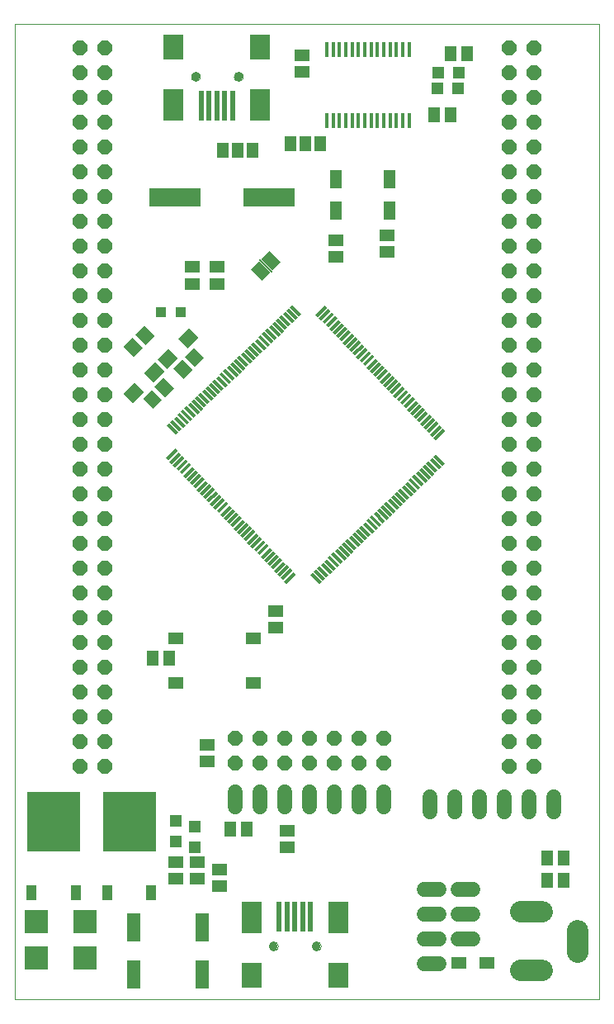
<source format=gts>
G75*
%MOIN*%
%OFA0B0*%
%FSLAX24Y24*%
%IPPOS*%
%LPD*%
%AMOC8*
5,1,8,0,0,1.08239X$1,22.5*
%
%ADD10C,0.0000*%
%ADD11R,0.0531X0.0138*%
%ADD12R,0.0591X0.0512*%
%ADD13R,0.2126X0.2441*%
%ADD14R,0.0394X0.0630*%
%ADD15R,0.0945X0.0945*%
%ADD16R,0.0551X0.1181*%
%ADD17C,0.0600*%
%ADD18R,0.0787X0.0984*%
%ADD19R,0.0787X0.1299*%
%ADD20R,0.0197X0.1220*%
%ADD21C,0.0354*%
%ADD22C,0.0860*%
%ADD23R,0.0591X0.0472*%
%ADD24R,0.0512X0.0591*%
%ADD25R,0.0630X0.0551*%
%ADD26R,0.0394X0.0394*%
%ADD27R,0.2100X0.0760*%
%ADD28R,0.0512X0.0748*%
%ADD29R,0.0460X0.0630*%
%ADD30R,0.0060X0.0720*%
%ADD31OC8,0.0600*%
%ADD32R,0.0472X0.0472*%
%ADD33R,0.0610X0.0512*%
%ADD34R,0.0157X0.0591*%
D10*
X000169Y001990D02*
X000169Y041360D01*
X023791Y041360D01*
X023791Y001990D01*
X000169Y001990D01*
X010445Y004155D02*
X010447Y004181D01*
X010453Y004207D01*
X010463Y004232D01*
X010476Y004255D01*
X010492Y004275D01*
X010512Y004293D01*
X010534Y004308D01*
X010557Y004320D01*
X010583Y004328D01*
X010609Y004332D01*
X010635Y004332D01*
X010661Y004328D01*
X010687Y004320D01*
X010711Y004308D01*
X010732Y004293D01*
X010752Y004275D01*
X010768Y004255D01*
X010781Y004232D01*
X010791Y004207D01*
X010797Y004181D01*
X010799Y004155D01*
X010797Y004129D01*
X010791Y004103D01*
X010781Y004078D01*
X010768Y004055D01*
X010752Y004035D01*
X010732Y004017D01*
X010710Y004002D01*
X010687Y003990D01*
X010661Y003982D01*
X010635Y003978D01*
X010609Y003978D01*
X010583Y003982D01*
X010557Y003990D01*
X010533Y004002D01*
X010512Y004017D01*
X010492Y004035D01*
X010476Y004055D01*
X010463Y004078D01*
X010453Y004103D01*
X010447Y004129D01*
X010445Y004155D01*
X012177Y004155D02*
X012179Y004181D01*
X012185Y004207D01*
X012195Y004232D01*
X012208Y004255D01*
X012224Y004275D01*
X012244Y004293D01*
X012266Y004308D01*
X012289Y004320D01*
X012315Y004328D01*
X012341Y004332D01*
X012367Y004332D01*
X012393Y004328D01*
X012419Y004320D01*
X012443Y004308D01*
X012464Y004293D01*
X012484Y004275D01*
X012500Y004255D01*
X012513Y004232D01*
X012523Y004207D01*
X012529Y004181D01*
X012531Y004155D01*
X012529Y004129D01*
X012523Y004103D01*
X012513Y004078D01*
X012500Y004055D01*
X012484Y004035D01*
X012464Y004017D01*
X012442Y004002D01*
X012419Y003990D01*
X012393Y003982D01*
X012367Y003978D01*
X012341Y003978D01*
X012315Y003982D01*
X012289Y003990D01*
X012265Y004002D01*
X012244Y004017D01*
X012224Y004035D01*
X012208Y004055D01*
X012195Y004078D01*
X012185Y004103D01*
X012179Y004129D01*
X012177Y004155D01*
X009027Y039254D02*
X009029Y039280D01*
X009035Y039306D01*
X009045Y039331D01*
X009058Y039354D01*
X009074Y039374D01*
X009094Y039392D01*
X009116Y039407D01*
X009139Y039419D01*
X009165Y039427D01*
X009191Y039431D01*
X009217Y039431D01*
X009243Y039427D01*
X009269Y039419D01*
X009293Y039407D01*
X009314Y039392D01*
X009334Y039374D01*
X009350Y039354D01*
X009363Y039331D01*
X009373Y039306D01*
X009379Y039280D01*
X009381Y039254D01*
X009379Y039228D01*
X009373Y039202D01*
X009363Y039177D01*
X009350Y039154D01*
X009334Y039134D01*
X009314Y039116D01*
X009292Y039101D01*
X009269Y039089D01*
X009243Y039081D01*
X009217Y039077D01*
X009191Y039077D01*
X009165Y039081D01*
X009139Y039089D01*
X009115Y039101D01*
X009094Y039116D01*
X009074Y039134D01*
X009058Y039154D01*
X009045Y039177D01*
X009035Y039202D01*
X009029Y039228D01*
X009027Y039254D01*
X007295Y039254D02*
X007297Y039280D01*
X007303Y039306D01*
X007313Y039331D01*
X007326Y039354D01*
X007342Y039374D01*
X007362Y039392D01*
X007384Y039407D01*
X007407Y039419D01*
X007433Y039427D01*
X007459Y039431D01*
X007485Y039431D01*
X007511Y039427D01*
X007537Y039419D01*
X007561Y039407D01*
X007582Y039392D01*
X007602Y039374D01*
X007618Y039354D01*
X007631Y039331D01*
X007641Y039306D01*
X007647Y039280D01*
X007649Y039254D01*
X007647Y039228D01*
X007641Y039202D01*
X007631Y039177D01*
X007618Y039154D01*
X007602Y039134D01*
X007582Y039116D01*
X007560Y039101D01*
X007537Y039089D01*
X007511Y039081D01*
X007485Y039077D01*
X007459Y039077D01*
X007433Y039081D01*
X007407Y039089D01*
X007383Y039101D01*
X007362Y039116D01*
X007342Y039134D01*
X007326Y039154D01*
X007313Y039177D01*
X007303Y039202D01*
X007297Y039228D01*
X007295Y039254D01*
D11*
G36*
X011653Y029568D02*
X011287Y029950D01*
X011387Y030046D01*
X011753Y029664D01*
X011653Y029568D01*
G37*
G36*
X011511Y029431D02*
X011145Y029813D01*
X011245Y029909D01*
X011611Y029527D01*
X011511Y029431D01*
G37*
G36*
X011369Y029295D02*
X011003Y029677D01*
X011103Y029773D01*
X011469Y029391D01*
X011369Y029295D01*
G37*
G36*
X011227Y029159D02*
X010861Y029541D01*
X010961Y029637D01*
X011327Y029255D01*
X011227Y029159D01*
G37*
G36*
X011085Y029023D02*
X010719Y029405D01*
X010819Y029501D01*
X011185Y029119D01*
X011085Y029023D01*
G37*
G36*
X010942Y028886D02*
X010576Y029268D01*
X010676Y029364D01*
X011042Y028982D01*
X010942Y028886D01*
G37*
G36*
X010800Y028750D02*
X010434Y029132D01*
X010534Y029228D01*
X010900Y028846D01*
X010800Y028750D01*
G37*
G36*
X010658Y028614D02*
X010292Y028996D01*
X010392Y029092D01*
X010758Y028710D01*
X010658Y028614D01*
G37*
G36*
X010516Y028478D02*
X010150Y028860D01*
X010250Y028956D01*
X010616Y028574D01*
X010516Y028478D01*
G37*
G36*
X010374Y028341D02*
X010008Y028723D01*
X010108Y028819D01*
X010474Y028437D01*
X010374Y028341D01*
G37*
G36*
X010232Y028205D02*
X009866Y028587D01*
X009966Y028683D01*
X010332Y028301D01*
X010232Y028205D01*
G37*
G36*
X010090Y028069D02*
X009724Y028451D01*
X009824Y028547D01*
X010190Y028165D01*
X010090Y028069D01*
G37*
G36*
X009948Y027933D02*
X009582Y028315D01*
X009682Y028411D01*
X010048Y028029D01*
X009948Y027933D01*
G37*
G36*
X009806Y027796D02*
X009440Y028178D01*
X009540Y028274D01*
X009906Y027892D01*
X009806Y027796D01*
G37*
G36*
X009664Y027660D02*
X009298Y028042D01*
X009398Y028138D01*
X009764Y027756D01*
X009664Y027660D01*
G37*
G36*
X009522Y027524D02*
X009156Y027906D01*
X009256Y028002D01*
X009622Y027620D01*
X009522Y027524D01*
G37*
G36*
X009380Y027388D02*
X009014Y027770D01*
X009114Y027866D01*
X009480Y027484D01*
X009380Y027388D01*
G37*
G36*
X009237Y027251D02*
X008871Y027633D01*
X008971Y027729D01*
X009337Y027347D01*
X009237Y027251D01*
G37*
G36*
X009095Y027115D02*
X008729Y027497D01*
X008829Y027593D01*
X009195Y027211D01*
X009095Y027115D01*
G37*
G36*
X008953Y026979D02*
X008587Y027361D01*
X008687Y027457D01*
X009053Y027075D01*
X008953Y026979D01*
G37*
G36*
X008811Y026843D02*
X008445Y027225D01*
X008545Y027321D01*
X008911Y026939D01*
X008811Y026843D01*
G37*
G36*
X008669Y026706D02*
X008303Y027088D01*
X008403Y027184D01*
X008769Y026802D01*
X008669Y026706D01*
G37*
G36*
X008527Y026570D02*
X008161Y026952D01*
X008261Y027048D01*
X008627Y026666D01*
X008527Y026570D01*
G37*
G36*
X008385Y026434D02*
X008019Y026816D01*
X008119Y026912D01*
X008485Y026530D01*
X008385Y026434D01*
G37*
G36*
X008243Y026298D02*
X007877Y026680D01*
X007977Y026776D01*
X008343Y026394D01*
X008243Y026298D01*
G37*
G36*
X008101Y026161D02*
X007735Y026543D01*
X007835Y026639D01*
X008201Y026257D01*
X008101Y026161D01*
G37*
G36*
X007959Y026025D02*
X007593Y026407D01*
X007693Y026503D01*
X008059Y026121D01*
X007959Y026025D01*
G37*
G36*
X007817Y025889D02*
X007451Y026271D01*
X007551Y026367D01*
X007917Y025985D01*
X007817Y025889D01*
G37*
G36*
X007675Y025753D02*
X007309Y026135D01*
X007409Y026231D01*
X007775Y025849D01*
X007675Y025753D01*
G37*
G36*
X007533Y025616D02*
X007167Y025998D01*
X007267Y026094D01*
X007633Y025712D01*
X007533Y025616D01*
G37*
G36*
X007390Y025480D02*
X007024Y025862D01*
X007124Y025958D01*
X007490Y025576D01*
X007390Y025480D01*
G37*
G36*
X007248Y025344D02*
X006882Y025726D01*
X006982Y025822D01*
X007348Y025440D01*
X007248Y025344D01*
G37*
G36*
X007106Y025208D02*
X006740Y025590D01*
X006840Y025686D01*
X007206Y025304D01*
X007106Y025208D01*
G37*
G36*
X006964Y025071D02*
X006598Y025453D01*
X006698Y025549D01*
X007064Y025167D01*
X006964Y025071D01*
G37*
G36*
X006822Y024935D02*
X006456Y025317D01*
X006556Y025413D01*
X006922Y025031D01*
X006822Y024935D01*
G37*
G36*
X006680Y024799D02*
X006314Y025181D01*
X006414Y025277D01*
X006780Y024895D01*
X006680Y024799D01*
G37*
G36*
X006764Y024127D02*
X006382Y023761D01*
X006286Y023861D01*
X006668Y024227D01*
X006764Y024127D01*
G37*
G36*
X006900Y023985D02*
X006518Y023619D01*
X006422Y023719D01*
X006804Y024085D01*
X006900Y023985D01*
G37*
G36*
X007037Y023843D02*
X006655Y023477D01*
X006559Y023577D01*
X006941Y023943D01*
X007037Y023843D01*
G37*
G36*
X007173Y023701D02*
X006791Y023335D01*
X006695Y023435D01*
X007077Y023801D01*
X007173Y023701D01*
G37*
G36*
X007309Y023559D02*
X006927Y023193D01*
X006831Y023293D01*
X007213Y023659D01*
X007309Y023559D01*
G37*
G36*
X007445Y023417D02*
X007063Y023051D01*
X006967Y023151D01*
X007349Y023517D01*
X007445Y023417D01*
G37*
G36*
X007582Y023275D02*
X007200Y022909D01*
X007104Y023009D01*
X007486Y023375D01*
X007582Y023275D01*
G37*
G36*
X007718Y023133D02*
X007336Y022767D01*
X007240Y022867D01*
X007622Y023233D01*
X007718Y023133D01*
G37*
G36*
X007854Y022991D02*
X007472Y022625D01*
X007376Y022725D01*
X007758Y023091D01*
X007854Y022991D01*
G37*
G36*
X007990Y022849D02*
X007608Y022483D01*
X007512Y022583D01*
X007894Y022949D01*
X007990Y022849D01*
G37*
G36*
X008127Y022706D02*
X007745Y022340D01*
X007649Y022440D01*
X008031Y022806D01*
X008127Y022706D01*
G37*
G36*
X008263Y022564D02*
X007881Y022198D01*
X007785Y022298D01*
X008167Y022664D01*
X008263Y022564D01*
G37*
G36*
X008399Y022422D02*
X008017Y022056D01*
X007921Y022156D01*
X008303Y022522D01*
X008399Y022422D01*
G37*
G36*
X008535Y022280D02*
X008153Y021914D01*
X008057Y022014D01*
X008439Y022380D01*
X008535Y022280D01*
G37*
G36*
X008672Y022138D02*
X008290Y021772D01*
X008194Y021872D01*
X008576Y022238D01*
X008672Y022138D01*
G37*
G36*
X008808Y021996D02*
X008426Y021630D01*
X008330Y021730D01*
X008712Y022096D01*
X008808Y021996D01*
G37*
G36*
X008944Y021854D02*
X008562Y021488D01*
X008466Y021588D01*
X008848Y021954D01*
X008944Y021854D01*
G37*
G36*
X009080Y021712D02*
X008698Y021346D01*
X008602Y021446D01*
X008984Y021812D01*
X009080Y021712D01*
G37*
G36*
X009217Y021570D02*
X008835Y021204D01*
X008739Y021304D01*
X009121Y021670D01*
X009217Y021570D01*
G37*
G36*
X009353Y021428D02*
X008971Y021062D01*
X008875Y021162D01*
X009257Y021528D01*
X009353Y021428D01*
G37*
G36*
X009489Y021286D02*
X009107Y020920D01*
X009011Y021020D01*
X009393Y021386D01*
X009489Y021286D01*
G37*
G36*
X009625Y021144D02*
X009243Y020778D01*
X009147Y020878D01*
X009529Y021244D01*
X009625Y021144D01*
G37*
G36*
X009762Y021002D02*
X009380Y020636D01*
X009284Y020736D01*
X009666Y021102D01*
X009762Y021002D01*
G37*
G36*
X009898Y020859D02*
X009516Y020493D01*
X009420Y020593D01*
X009802Y020959D01*
X009898Y020859D01*
G37*
G36*
X010034Y020717D02*
X009652Y020351D01*
X009556Y020451D01*
X009938Y020817D01*
X010034Y020717D01*
G37*
G36*
X010170Y020575D02*
X009788Y020209D01*
X009692Y020309D01*
X010074Y020675D01*
X010170Y020575D01*
G37*
G36*
X010307Y020433D02*
X009925Y020067D01*
X009829Y020167D01*
X010211Y020533D01*
X010307Y020433D01*
G37*
G36*
X010443Y020291D02*
X010061Y019925D01*
X009965Y020025D01*
X010347Y020391D01*
X010443Y020291D01*
G37*
G36*
X010579Y020149D02*
X010197Y019783D01*
X010101Y019883D01*
X010483Y020249D01*
X010579Y020149D01*
G37*
G36*
X010715Y020007D02*
X010333Y019641D01*
X010237Y019741D01*
X010619Y020107D01*
X010715Y020007D01*
G37*
G36*
X010852Y019865D02*
X010470Y019499D01*
X010374Y019599D01*
X010756Y019965D01*
X010852Y019865D01*
G37*
G36*
X010988Y019723D02*
X010606Y019357D01*
X010510Y019457D01*
X010892Y019823D01*
X010988Y019723D01*
G37*
G36*
X011124Y019581D02*
X010742Y019215D01*
X010646Y019315D01*
X011028Y019681D01*
X011124Y019581D01*
G37*
G36*
X011260Y019439D02*
X010878Y019073D01*
X010782Y019173D01*
X011164Y019539D01*
X011260Y019439D01*
G37*
G36*
X011397Y019297D02*
X011015Y018931D01*
X010919Y019031D01*
X011301Y019397D01*
X011397Y019297D01*
G37*
G36*
X011533Y019154D02*
X011151Y018788D01*
X011055Y018888D01*
X011437Y019254D01*
X011533Y019154D01*
G37*
G36*
X012205Y019239D02*
X012571Y018857D01*
X012471Y018761D01*
X012105Y019143D01*
X012205Y019239D01*
G37*
G36*
X012347Y019375D02*
X012713Y018993D01*
X012613Y018897D01*
X012247Y019279D01*
X012347Y019375D01*
G37*
G36*
X012489Y019511D02*
X012855Y019129D01*
X012755Y019033D01*
X012389Y019415D01*
X012489Y019511D01*
G37*
G36*
X012631Y019647D02*
X012997Y019265D01*
X012897Y019169D01*
X012531Y019551D01*
X012631Y019647D01*
G37*
G36*
X012773Y019784D02*
X013139Y019402D01*
X013039Y019306D01*
X012673Y019688D01*
X012773Y019784D01*
G37*
G36*
X012915Y019920D02*
X013281Y019538D01*
X013181Y019442D01*
X012815Y019824D01*
X012915Y019920D01*
G37*
G36*
X013057Y020056D02*
X013423Y019674D01*
X013323Y019578D01*
X012957Y019960D01*
X013057Y020056D01*
G37*
G36*
X013199Y020192D02*
X013565Y019810D01*
X013465Y019714D01*
X013099Y020096D01*
X013199Y020192D01*
G37*
G36*
X013341Y020329D02*
X013707Y019947D01*
X013607Y019851D01*
X013241Y020233D01*
X013341Y020329D01*
G37*
G36*
X013483Y020465D02*
X013849Y020083D01*
X013749Y019987D01*
X013383Y020369D01*
X013483Y020465D01*
G37*
G36*
X013625Y020601D02*
X013991Y020219D01*
X013891Y020123D01*
X013525Y020505D01*
X013625Y020601D01*
G37*
G36*
X013768Y020737D02*
X014134Y020355D01*
X014034Y020259D01*
X013668Y020641D01*
X013768Y020737D01*
G37*
G36*
X013910Y020874D02*
X014276Y020492D01*
X014176Y020396D01*
X013810Y020778D01*
X013910Y020874D01*
G37*
G36*
X014052Y021010D02*
X014418Y020628D01*
X014318Y020532D01*
X013952Y020914D01*
X014052Y021010D01*
G37*
G36*
X014194Y021146D02*
X014560Y020764D01*
X014460Y020668D01*
X014094Y021050D01*
X014194Y021146D01*
G37*
G36*
X014336Y021282D02*
X014702Y020900D01*
X014602Y020804D01*
X014236Y021186D01*
X014336Y021282D01*
G37*
G36*
X014478Y021419D02*
X014844Y021037D01*
X014744Y020941D01*
X014378Y021323D01*
X014478Y021419D01*
G37*
G36*
X014620Y021555D02*
X014986Y021173D01*
X014886Y021077D01*
X014520Y021459D01*
X014620Y021555D01*
G37*
G36*
X014762Y021691D02*
X015128Y021309D01*
X015028Y021213D01*
X014662Y021595D01*
X014762Y021691D01*
G37*
G36*
X014904Y021827D02*
X015270Y021445D01*
X015170Y021349D01*
X014804Y021731D01*
X014904Y021827D01*
G37*
G36*
X015046Y021964D02*
X015412Y021582D01*
X015312Y021486D01*
X014946Y021868D01*
X015046Y021964D01*
G37*
G36*
X015188Y022100D02*
X015554Y021718D01*
X015454Y021622D01*
X015088Y022004D01*
X015188Y022100D01*
G37*
G36*
X015330Y022236D02*
X015696Y021854D01*
X015596Y021758D01*
X015230Y022140D01*
X015330Y022236D01*
G37*
G36*
X015472Y022372D02*
X015838Y021990D01*
X015738Y021894D01*
X015372Y022276D01*
X015472Y022372D01*
G37*
G36*
X015615Y022509D02*
X015981Y022127D01*
X015881Y022031D01*
X015515Y022413D01*
X015615Y022509D01*
G37*
G36*
X015757Y022645D02*
X016123Y022263D01*
X016023Y022167D01*
X015657Y022549D01*
X015757Y022645D01*
G37*
G36*
X015899Y022781D02*
X016265Y022399D01*
X016165Y022303D01*
X015799Y022685D01*
X015899Y022781D01*
G37*
G36*
X016041Y022917D02*
X016407Y022535D01*
X016307Y022439D01*
X015941Y022821D01*
X016041Y022917D01*
G37*
G36*
X016183Y023054D02*
X016549Y022672D01*
X016449Y022576D01*
X016083Y022958D01*
X016183Y023054D01*
G37*
G36*
X016325Y023190D02*
X016691Y022808D01*
X016591Y022712D01*
X016225Y023094D01*
X016325Y023190D01*
G37*
G36*
X016467Y023326D02*
X016833Y022944D01*
X016733Y022848D01*
X016367Y023230D01*
X016467Y023326D01*
G37*
G36*
X016609Y023462D02*
X016975Y023080D01*
X016875Y022984D01*
X016509Y023366D01*
X016609Y023462D01*
G37*
G36*
X016751Y023599D02*
X017117Y023217D01*
X017017Y023121D01*
X016651Y023503D01*
X016751Y023599D01*
G37*
G36*
X016893Y023735D02*
X017259Y023353D01*
X017159Y023257D01*
X016793Y023639D01*
X016893Y023735D01*
G37*
G36*
X017035Y023871D02*
X017401Y023489D01*
X017301Y023393D01*
X016935Y023775D01*
X017035Y023871D01*
G37*
G36*
X017177Y024007D02*
X017543Y023625D01*
X017443Y023529D01*
X017077Y023911D01*
X017177Y024007D01*
G37*
G36*
X017093Y024679D02*
X017475Y025045D01*
X017571Y024945D01*
X017189Y024579D01*
X017093Y024679D01*
G37*
G36*
X016957Y024821D02*
X017339Y025187D01*
X017435Y025087D01*
X017053Y024721D01*
X016957Y024821D01*
G37*
G36*
X016821Y024963D02*
X017203Y025329D01*
X017299Y025229D01*
X016917Y024863D01*
X016821Y024963D01*
G37*
G36*
X016685Y025105D02*
X017067Y025471D01*
X017163Y025371D01*
X016781Y025005D01*
X016685Y025105D01*
G37*
G36*
X016548Y025247D02*
X016930Y025613D01*
X017026Y025513D01*
X016644Y025147D01*
X016548Y025247D01*
G37*
G36*
X016412Y025389D02*
X016794Y025755D01*
X016890Y025655D01*
X016508Y025289D01*
X016412Y025389D01*
G37*
G36*
X016276Y025532D02*
X016658Y025898D01*
X016754Y025798D01*
X016372Y025432D01*
X016276Y025532D01*
G37*
G36*
X016140Y025674D02*
X016522Y026040D01*
X016618Y025940D01*
X016236Y025574D01*
X016140Y025674D01*
G37*
G36*
X016003Y025816D02*
X016385Y026182D01*
X016481Y026082D01*
X016099Y025716D01*
X016003Y025816D01*
G37*
G36*
X015867Y025958D02*
X016249Y026324D01*
X016345Y026224D01*
X015963Y025858D01*
X015867Y025958D01*
G37*
G36*
X015731Y026100D02*
X016113Y026466D01*
X016209Y026366D01*
X015827Y026000D01*
X015731Y026100D01*
G37*
G36*
X015595Y026242D02*
X015977Y026608D01*
X016073Y026508D01*
X015691Y026142D01*
X015595Y026242D01*
G37*
G36*
X015458Y026384D02*
X015840Y026750D01*
X015936Y026650D01*
X015554Y026284D01*
X015458Y026384D01*
G37*
G36*
X015322Y026526D02*
X015704Y026892D01*
X015800Y026792D01*
X015418Y026426D01*
X015322Y026526D01*
G37*
G36*
X015186Y026668D02*
X015568Y027034D01*
X015664Y026934D01*
X015282Y026568D01*
X015186Y026668D01*
G37*
G36*
X015050Y026810D02*
X015432Y027176D01*
X015528Y027076D01*
X015146Y026710D01*
X015050Y026810D01*
G37*
G36*
X014913Y026952D02*
X015295Y027318D01*
X015391Y027218D01*
X015009Y026852D01*
X014913Y026952D01*
G37*
G36*
X014777Y027094D02*
X015159Y027460D01*
X015255Y027360D01*
X014873Y026994D01*
X014777Y027094D01*
G37*
G36*
X014641Y027236D02*
X015023Y027602D01*
X015119Y027502D01*
X014737Y027136D01*
X014641Y027236D01*
G37*
G36*
X014505Y027379D02*
X014887Y027745D01*
X014983Y027645D01*
X014601Y027279D01*
X014505Y027379D01*
G37*
G36*
X014368Y027521D02*
X014750Y027887D01*
X014846Y027787D01*
X014464Y027421D01*
X014368Y027521D01*
G37*
G36*
X014232Y027663D02*
X014614Y028029D01*
X014710Y027929D01*
X014328Y027563D01*
X014232Y027663D01*
G37*
G36*
X014096Y027805D02*
X014478Y028171D01*
X014574Y028071D01*
X014192Y027705D01*
X014096Y027805D01*
G37*
G36*
X013960Y027947D02*
X014342Y028313D01*
X014438Y028213D01*
X014056Y027847D01*
X013960Y027947D01*
G37*
G36*
X013823Y028089D02*
X014205Y028455D01*
X014301Y028355D01*
X013919Y027989D01*
X013823Y028089D01*
G37*
G36*
X013687Y028231D02*
X014069Y028597D01*
X014165Y028497D01*
X013783Y028131D01*
X013687Y028231D01*
G37*
G36*
X013551Y028373D02*
X013933Y028739D01*
X014029Y028639D01*
X013647Y028273D01*
X013551Y028373D01*
G37*
G36*
X013415Y028515D02*
X013797Y028881D01*
X013893Y028781D01*
X013511Y028415D01*
X013415Y028515D01*
G37*
G36*
X013278Y028657D02*
X013660Y029023D01*
X013756Y028923D01*
X013374Y028557D01*
X013278Y028657D01*
G37*
G36*
X013142Y028799D02*
X013524Y029165D01*
X013620Y029065D01*
X013238Y028699D01*
X013142Y028799D01*
G37*
G36*
X013006Y028941D02*
X013388Y029307D01*
X013484Y029207D01*
X013102Y028841D01*
X013006Y028941D01*
G37*
G36*
X012870Y029083D02*
X013252Y029449D01*
X013348Y029349D01*
X012966Y028983D01*
X012870Y029083D01*
G37*
G36*
X012733Y029226D02*
X013115Y029592D01*
X013211Y029492D01*
X012829Y029126D01*
X012733Y029226D01*
G37*
G36*
X012597Y029368D02*
X012979Y029734D01*
X013075Y029634D01*
X012693Y029268D01*
X012597Y029368D01*
G37*
G36*
X012461Y029510D02*
X012843Y029876D01*
X012939Y029776D01*
X012557Y029410D01*
X012461Y029510D01*
G37*
G36*
X012325Y029652D02*
X012707Y030018D01*
X012803Y029918D01*
X012421Y029552D01*
X012325Y029652D01*
G37*
D12*
X013161Y031970D03*
X013161Y032639D03*
X015228Y032836D03*
X015228Y032167D03*
X011783Y039450D03*
X011783Y040120D03*
X008338Y031557D03*
X008338Y030887D03*
X007354Y030887D03*
X007354Y031557D03*
X010700Y017679D03*
X010700Y017009D03*
X007944Y012265D03*
X007944Y011596D03*
X007551Y007541D03*
X007551Y006872D03*
X006665Y006872D03*
X006665Y007541D03*
X008437Y007246D03*
X008437Y006576D03*
X011193Y008151D03*
X011193Y008820D03*
D13*
X004795Y009175D03*
X001744Y009175D03*
D14*
X002641Y006301D03*
X003897Y006301D03*
X005693Y006301D03*
X000846Y006301D03*
D15*
X001055Y005139D03*
X001055Y003663D03*
X003023Y003663D03*
X003023Y005139D03*
D16*
X004992Y004903D03*
X004992Y003013D03*
X007748Y003013D03*
X007748Y004903D03*
D17*
X009078Y009761D02*
X009078Y010361D01*
X010078Y010361D02*
X010078Y009761D01*
X011078Y009761D02*
X011078Y010361D01*
X012078Y010361D02*
X012078Y009761D01*
X013078Y009761D02*
X013078Y010361D01*
X014078Y010361D02*
X014078Y009761D01*
X015078Y009761D02*
X015078Y010361D01*
X016960Y010164D02*
X016960Y009564D01*
X017960Y009564D02*
X017960Y010164D01*
X018960Y010164D02*
X018960Y009564D01*
X019960Y009564D02*
X019960Y010164D01*
X020960Y010164D02*
X020960Y009564D01*
X021960Y009564D02*
X021960Y010164D01*
X018678Y006435D02*
X018078Y006435D01*
X018078Y005435D02*
X018678Y005435D01*
X018678Y004435D02*
X018078Y004435D01*
X017300Y004443D02*
X016700Y004443D01*
X016700Y003443D02*
X017300Y003443D01*
X017300Y005443D02*
X016700Y005443D01*
X016700Y006443D02*
X017300Y006443D01*
D18*
X013240Y002974D03*
X009736Y002974D03*
X010090Y040435D03*
X006586Y040435D03*
D19*
X006586Y038112D03*
X010090Y038112D03*
X009736Y005297D03*
X013240Y005297D03*
D20*
X012118Y005336D03*
X011803Y005336D03*
X011488Y005336D03*
X011173Y005336D03*
X010858Y005336D03*
X008968Y038072D03*
X008653Y038072D03*
X008338Y038072D03*
X008023Y038072D03*
X007708Y038072D03*
D21*
X007472Y039254D03*
X009204Y039254D03*
X010622Y004155D03*
X012354Y004155D03*
D22*
X020605Y003171D02*
X021465Y003171D01*
X022925Y003922D02*
X022925Y004782D01*
X021465Y005533D02*
X020605Y005533D01*
D23*
X019244Y003466D03*
X018102Y003466D03*
D24*
X021685Y006813D03*
X021685Y007698D03*
X022354Y007698D03*
X022354Y006813D03*
X009559Y008880D03*
X008889Y008880D03*
X006409Y015769D03*
X005740Y015769D03*
G36*
X006128Y026199D02*
X005766Y025837D01*
X005350Y026253D01*
X005712Y026615D01*
X006128Y026199D01*
G37*
G36*
X006602Y026672D02*
X006240Y026310D01*
X005824Y026726D01*
X006186Y027088D01*
X006602Y026672D01*
G37*
G36*
X007350Y027415D02*
X006988Y027053D01*
X006572Y027469D01*
X006934Y027831D01*
X007350Y027415D01*
G37*
G36*
X007823Y027888D02*
X007461Y027526D01*
X007045Y027942D01*
X007407Y028304D01*
X007823Y027888D01*
G37*
G36*
X005036Y028828D02*
X005398Y029190D01*
X005814Y028774D01*
X005452Y028412D01*
X005036Y028828D01*
G37*
G36*
X004563Y028355D02*
X004925Y028717D01*
X005341Y028301D01*
X004979Y027939D01*
X004563Y028355D01*
G37*
X017118Y037718D03*
X017787Y037718D03*
X017767Y040159D03*
X018437Y040159D03*
D25*
G36*
X006764Y028659D02*
X007209Y029104D01*
X007598Y028715D01*
X007153Y028270D01*
X006764Y028659D01*
G37*
G36*
X006763Y027880D02*
X006318Y027435D01*
X005929Y027824D01*
X006374Y028269D01*
X006763Y027880D01*
G37*
G36*
X005386Y027281D02*
X005831Y027726D01*
X006220Y027337D01*
X005775Y026892D01*
X005386Y027281D01*
G37*
G36*
X005385Y026502D02*
X004940Y026057D01*
X004551Y026446D01*
X004996Y026891D01*
X005385Y026502D01*
G37*
D26*
X006074Y029746D03*
X006862Y029746D03*
D27*
X006635Y034372D03*
X010435Y034372D03*
D28*
X013161Y033840D03*
X013161Y035100D03*
X015326Y035100D03*
X015326Y033840D03*
D29*
X012501Y036537D03*
X011901Y036537D03*
X011301Y036537D03*
X009785Y036261D03*
X009185Y036261D03*
X008585Y036261D03*
G36*
X010134Y031888D02*
X010459Y032213D01*
X010904Y031768D01*
X010579Y031443D01*
X010134Y031888D01*
G37*
G36*
X009710Y031464D02*
X010035Y031789D01*
X010480Y031344D01*
X010155Y031019D01*
X009710Y031464D01*
G37*
D30*
G36*
X010032Y031849D02*
X010074Y031891D01*
X010582Y031383D01*
X010540Y031341D01*
X010032Y031849D01*
G37*
D31*
X003819Y031415D03*
X003819Y032415D03*
X003819Y033415D03*
X003819Y034415D03*
X003819Y035415D03*
X003819Y036415D03*
X003819Y037415D03*
X003819Y038415D03*
X003819Y039415D03*
X003819Y040415D03*
X002819Y040415D03*
X002819Y039415D03*
X002819Y038415D03*
X002819Y037415D03*
X002819Y036415D03*
X002819Y035415D03*
X002819Y034415D03*
X002819Y033415D03*
X002819Y032415D03*
X002819Y031415D03*
X002819Y030415D03*
X002819Y029415D03*
X002819Y028415D03*
X002819Y027415D03*
X002819Y026415D03*
X002819Y025415D03*
X002819Y024415D03*
X002819Y023415D03*
X002819Y022415D03*
X002819Y021415D03*
X002819Y020415D03*
X002819Y019415D03*
X002819Y018415D03*
X002819Y017415D03*
X002819Y016415D03*
X002819Y015415D03*
X002819Y014415D03*
X002819Y013415D03*
X002819Y012415D03*
X002819Y011415D03*
X003819Y011415D03*
X003819Y012415D03*
X003819Y013415D03*
X003819Y014415D03*
X003819Y015415D03*
X003819Y016415D03*
X003819Y017415D03*
X003819Y018415D03*
X003819Y019415D03*
X003819Y020415D03*
X003819Y021415D03*
X003819Y022415D03*
X003819Y023415D03*
X003819Y024415D03*
X003819Y025415D03*
X003819Y026415D03*
X003819Y027415D03*
X003819Y028415D03*
X003819Y029415D03*
X003819Y030415D03*
X009078Y012529D03*
X009078Y011529D03*
X010078Y011529D03*
X010078Y012529D03*
X011078Y012529D03*
X011078Y011529D03*
X012078Y011529D03*
X012078Y012529D03*
X013078Y012529D03*
X013078Y011529D03*
X014078Y011529D03*
X014078Y012529D03*
X015078Y012529D03*
X015078Y011529D03*
X020141Y011415D03*
X020141Y012415D03*
X020141Y013415D03*
X020141Y014415D03*
X020141Y015415D03*
X020141Y016415D03*
X020141Y017415D03*
X020141Y018415D03*
X020141Y019415D03*
X020141Y020415D03*
X020141Y021415D03*
X020141Y022415D03*
X020141Y023415D03*
X020141Y024415D03*
X020141Y025415D03*
X020141Y026415D03*
X020141Y027415D03*
X020141Y028415D03*
X020141Y029415D03*
X020141Y030415D03*
X020141Y031415D03*
X020141Y032415D03*
X020141Y033415D03*
X020141Y034415D03*
X020141Y035415D03*
X020141Y036415D03*
X020141Y037415D03*
X020141Y038415D03*
X020141Y039415D03*
X020141Y040415D03*
X021141Y040415D03*
X021141Y039415D03*
X021141Y038415D03*
X021141Y037415D03*
X021141Y036415D03*
X021141Y035415D03*
X021141Y034415D03*
X021141Y033415D03*
X021141Y032415D03*
X021141Y031415D03*
X021141Y030415D03*
X021141Y029415D03*
X021141Y028415D03*
X021141Y027415D03*
X021141Y026415D03*
X021141Y025415D03*
X021141Y024415D03*
X021141Y023415D03*
X021141Y022415D03*
X021141Y021415D03*
X021141Y020415D03*
X021141Y019415D03*
X021141Y018415D03*
X021141Y017415D03*
X021141Y016415D03*
X021141Y015415D03*
X021141Y014415D03*
X021141Y013415D03*
X021141Y012415D03*
X021141Y011415D03*
D32*
X007452Y008978D03*
X007452Y008151D03*
X006665Y008368D03*
X006665Y009194D03*
X017236Y038761D03*
X017275Y039411D03*
X018102Y039411D03*
X018063Y038761D03*
D33*
X009805Y016557D03*
X009805Y014785D03*
X006675Y014785D03*
X006675Y016557D03*
D34*
X012777Y037472D03*
X013033Y037472D03*
X013289Y037472D03*
X013545Y037472D03*
X013801Y037472D03*
X014057Y037472D03*
X014313Y037472D03*
X014569Y037472D03*
X014824Y037472D03*
X015080Y037472D03*
X015336Y037472D03*
X015592Y037472D03*
X015848Y037472D03*
X016104Y037472D03*
X016104Y040326D03*
X015848Y040326D03*
X015592Y040326D03*
X015336Y040326D03*
X015080Y040326D03*
X014824Y040326D03*
X014569Y040326D03*
X014313Y040326D03*
X014057Y040326D03*
X013801Y040326D03*
X013545Y040326D03*
X013289Y040326D03*
X013033Y040326D03*
X012777Y040326D03*
M02*

</source>
